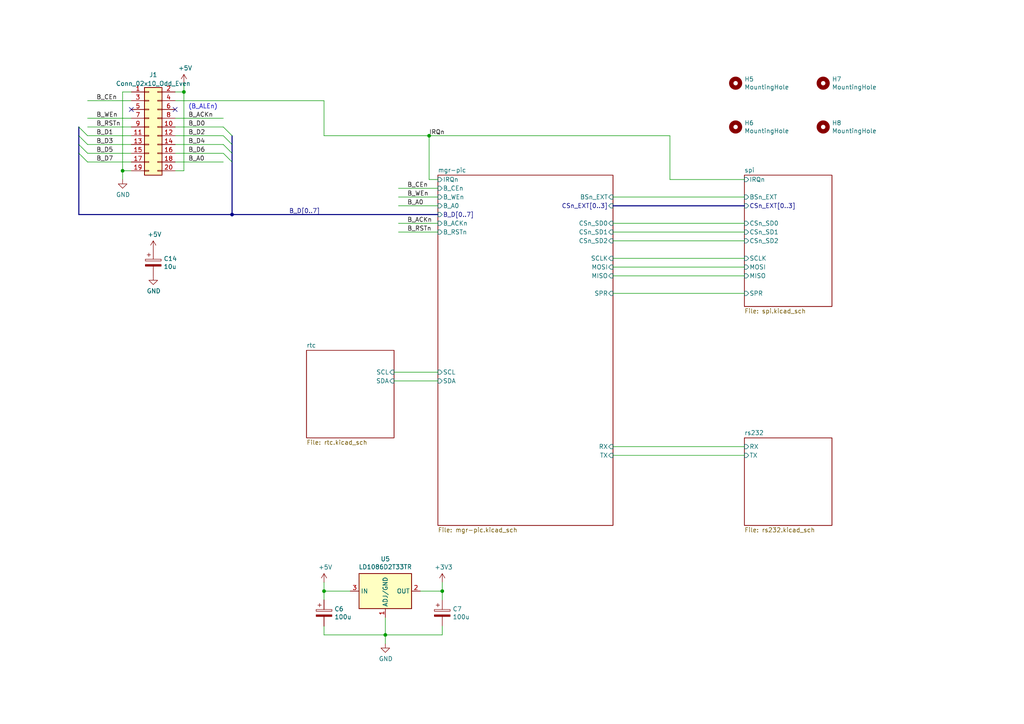
<source format=kicad_sch>
(kicad_sch (version 20211123) (generator eeschema)
  (paper "A4")
  (title_block (title "https://github.com/Lougous/b68k-io"))
  (lib_symbols
    (symbol "Connector_Generic:Conn_02x10_Odd_Even" (pin_names (offset 1.016) hide)
      (property "Reference" "J" (at 1.27 12.7 0))
      (property "Value" "Conn_02x10_Odd_Even" (at 1.27 -15.24 0))
      (symbol "Conn_02x10_Odd_Even_1_1"
        (rectangle (start -1.27 -12.573) (end 0 -12.827) (stroke (width 0.1524)))
        (rectangle (start -1.27 -10.033) (end 0 -10.287) (stroke (width 0.1524)))
        (rectangle (start -1.27 -7.493) (end 0 -7.747) (stroke (width 0.1524)))
        (rectangle (start -1.27 -4.953) (end 0 -5.207) (stroke (width 0.1524)))
        (rectangle (start -1.27 -2.413) (end 0 -2.667) (stroke (width 0.1524)))
        (rectangle (start -1.27 0.127) (end 0 -0.127) (stroke (width 0.1524)))
        (rectangle (start -1.27 2.667) (end 0 2.413) (stroke (width 0.1524)))
        (rectangle (start -1.27 5.207) (end 0 4.953) (stroke (width 0.1524)))
        (rectangle (start -1.27 7.747) (end 0 7.493) (stroke (width 0.1524)))
        (rectangle (start -1.27 10.287) (end 0 10.033) (stroke (width 0.1524)))
        (rectangle (start -1.27 11.43) (end 3.81 -13.97) (stroke (width 0.254)) (fill (type background)))
        (rectangle (start 3.81 -12.573) (end 2.54 -12.827) (stroke (width 0.1524)))
        (rectangle (start 3.81 -10.033) (end 2.54 -10.287) (stroke (width 0.1524)))
        (rectangle (start 3.81 -7.493) (end 2.54 -7.747) (stroke (width 0.1524)))
        (rectangle (start 3.81 -4.953) (end 2.54 -5.207) (stroke (width 0.1524)))
        (rectangle (start 3.81 -2.413) (end 2.54 -2.667) (stroke (width 0.1524)))
        (rectangle (start 3.81 0.127) (end 2.54 -0.127) (stroke (width 0.1524)))
        (rectangle (start 3.81 2.667) (end 2.54 2.413) (stroke (width 0.1524)))
        (rectangle (start 3.81 5.207) (end 2.54 4.953) (stroke (width 0.1524)))
        (rectangle (start 3.81 7.747) (end 2.54 7.493) (stroke (width 0.1524)))
        (rectangle (start 3.81 10.287) (end 2.54 10.033) (stroke (width 0.1524)))
        (pin passive line (at -5.08 10.16 0) (length 3.81) (name "Pin_1") (number "1"))
        (pin passive line (at 7.62 0 180) (length 3.81) (name "Pin_10") (number "10"))
        (pin passive line (at -5.08 -2.54 0) (length 3.81) (name "Pin_11") (number "11"))
        (pin passive line (at 7.62 -2.54 180) (length 3.81) (name "Pin_12") (number "12"))
        (pin passive line (at -5.08 -5.08 0) (length 3.81) (name "Pin_13") (number "13"))
        (pin passive line (at 7.62 -5.08 180) (length 3.81) (name "Pin_14") (number "14"))
        (pin passive line (at -5.08 -7.62 0) (length 3.81) (name "Pin_15") (number "15"))
        (pin passive line (at 7.62 -7.62 180) (length 3.81) (name "Pin_16") (number "16"))
        (pin passive line (at -5.08 -10.16 0) (length 3.81) (name "Pin_17") (number "17"))
        (pin passive line (at 7.62 -10.16 180) (length 3.81) (name "Pin_18") (number "18"))
        (pin passive line (at -5.08 -12.7 0) (length 3.81) (name "Pin_19") (number "19"))
        (pin passive line (at 7.62 10.16 180) (length 3.81) (name "Pin_2") (number "2"))
        (pin passive line (at 7.62 -12.7 180) (length 3.81) (name "Pin_20") (number "20"))
        (pin passive line (at -5.08 7.62 0) (length 3.81) (name "Pin_3") (number "3"))
        (pin passive line (at 7.62 7.62 180) (length 3.81) (name "Pin_4") (number "4"))
        (pin passive line (at -5.08 5.08 0) (length 3.81) (name "Pin_5") (number "5"))
        (pin passive line (at 7.62 5.08 180) (length 3.81) (name "Pin_6") (number "6"))
        (pin passive line (at -5.08 2.54 0) (length 3.81) (name "Pin_7") (number "7"))
        (pin passive line (at 7.62 2.54 180) (length 3.81) (name "Pin_8") (number "8"))
        (pin passive line (at -5.08 0 0) (length 3.81) (name "Pin_9") (number "9"))
      )
    )
    (symbol "Device:CP" (pin_numbers hide) (pin_names (offset 0.254))
      (property "Reference" "C" (at 0.635 2.54 0))
      (property "Value" "Device_CP" (at 0.635 -2.54 0))
      (symbol "CP_0_1"
        (rectangle (start -2.286 0.508) (end 2.286 1.016))
        (polyline (pts (xy -1.778 2.286) (xy -0.762 2.286)))
        (polyline (pts (xy -1.27 2.794) (xy -1.27 1.778)))
        (rectangle (start 2.286 -0.508) (end -2.286 -1.016) (fill (type outline)))
      )
      (symbol "CP_1_1"
        (pin passive line (at 0 3.81 270) (length 2.794) (name "~") (number "1"))
        (pin passive line (at 0 -3.81 90) (length 2.794) (name "~") (number "2"))
      )
    )
    (symbol "Mechanical:MountingHole" (pin_names (offset 1.016))
      (property "Reference" "H" (at 0 5.08 0))
      (property "Value" "MountingHole" (at 0 3.175 0))
      (symbol "MountingHole_0_1"
        (circle (center 0 0) (radius 1.27) (stroke (width 1.27)))
      )
    )
    (symbol "Regulator_Linear:LD1086D2T33TR"
      (property "Reference" "U" (at 0 10.16 0))
      (property "Value" "LD1086D2T33TR" (at 0 7.62 0))
      (symbol "LD1086D2T33TR_1_1"
        (rectangle (start -7.62 -5.08) (end 7.62 5.08) (stroke (width 0.254)) (fill (type background)))
        (pin input line (at 0 -7.62 90) (length 2.54) (name "ADJ/GND") (number "1"))
        (pin power_out line (at 10.16 0 180) (length 2.54) (name "OUT") (number "2"))
        (pin power_in line (at -10.16 0 0) (length 2.54) (name "IN") (number "3"))
      )
    )
    (symbol "power:+3.3V" (power) (pin_names (offset 0))
      (property "Value" "+3.3V" (at 0 3.556 0))
      (symbol "+3.3V_0_1"
        (polyline (pts (xy -0.762 1.27) (xy 0 2.54)))
        (polyline (pts (xy 0 0) (xy 0 2.54)))
        (polyline (pts (xy 0 2.54) (xy 0.762 1.27)))
      )
      (symbol "+3.3V_1_1"
        (pin power_in line (at 0 0 90) (length 0) hide (name "+3V3") (number "1"))
      )
    )
    (symbol "power:+5V" (power) (pin_names (offset 0))
      (property "Value" "+5V" (at 0 3.556 0))
      (symbol "+5V_0_1"
        (polyline (pts (xy -0.762 1.27) (xy 0 2.54)))
        (polyline (pts (xy 0 0) (xy 0 2.54)))
        (polyline (pts (xy 0 2.54) (xy 0.762 1.27)))
      )
      (symbol "+5V_1_1"
        (pin power_in line (at 0 0 90) (length 0) hide (name "+5V") (number "1"))
      )
    )
    (symbol "power:GND" (power) (pin_names (offset 0))
      (property "Value" "GND" (at 0 -3.81 0))
      (symbol "GND_0_1"
        (polyline (pts (xy 0 0) (xy 0 -1.27) (xy 1.27 -1.27) (xy 0 -2.54) (xy -1.27 -1.27) (xy 0 -1.27)))
      )
      (symbol "GND_1_1"
        (pin power_in line (at 0 0 270) (length 0) hide (name "GND") (number "1"))
      )
    )
  )
  (junction (at 111.76 184.15))
  (junction (at 67.31 62.23))
  (junction (at 124.46 39.37))
  (junction (at 128.27 171.45))
  (junction (at 53.34 26.67))
  (junction (at 35.56 49.53))
  (junction (at 93.98 171.45))
  (no_connect (at 50.8 31.75))
  (no_connect (at 38.1 31.75))
  (bus_entry (at 22.86 39.37) (size 2.54 2.54))
  (bus_entry (at 22.86 44.45) (size 2.54 2.54))
  (bus_entry (at 22.86 41.91) (size 2.54 2.54))
  (bus_entry (at 64.77 41.91) (size 2.54 2.54))
  (bus_entry (at 64.77 44.45) (size 2.54 2.54))
  (bus_entry (at 64.77 36.83) (size 2.54 2.54))
  (bus_entry (at 64.77 39.37) (size 2.54 2.54))
  (bus_entry (at 22.86 36.83) (size 2.54 2.54))
  (wire (pts (xy 93.98 171.45) (xy 101.6 171.45)))
  (wire (pts (xy 93.98 29.21) (xy 93.98 39.37)))
  (wire (pts (xy 114.3 110.49) (xy 127 110.49)))
  (wire (pts (xy 128.27 181.61) (xy 128.27 184.15)))
  (wire (pts (xy 177.8 80.01) (xy 215.9 80.01)))
  (wire (pts (xy 35.56 26.67) (xy 38.1 26.67)))
  (wire (pts (xy 25.4 39.37) (xy 38.1 39.37)))
  (wire (pts (xy 177.8 74.93) (xy 215.9 74.93)))
  (wire (pts (xy 177.8 129.54) (xy 215.9 129.54)))
  (wire (pts (xy 111.76 184.15) (xy 93.98 184.15)))
  (wire (pts (xy 64.77 46.99) (xy 50.8 46.99)))
  (wire (pts (xy 93.98 184.15) (xy 93.98 181.61)))
  (wire (pts (xy 35.56 52.07) (xy 35.56 49.53)))
  (wire (pts (xy 115.57 64.77) (xy 127 64.77)))
  (wire (pts (xy 64.77 34.29) (xy 50.8 34.29)))
  (wire (pts (xy 124.46 39.37) (xy 194.31 39.37)))
  (wire (pts (xy 128.27 171.45) (xy 128.27 173.99)))
  (wire (pts (xy 25.4 29.21) (xy 38.1 29.21)))
  (wire (pts (xy 64.77 36.83) (xy 50.8 36.83)))
  (wire (pts (xy 93.98 173.99) (xy 93.98 171.45)))
  (wire (pts (xy 177.8 77.47) (xy 215.9 77.47)))
  (wire (pts (xy 115.57 59.69) (xy 127 59.69)))
  (bus (pts (xy 127 62.23) (xy 67.31 62.23)))
  (wire (pts (xy 114.3 107.95) (xy 127 107.95)))
  (bus (pts (xy 22.86 44.45) (xy 22.86 62.23)))
  (wire (pts (xy 93.98 168.91) (xy 93.98 171.45)))
  (wire (pts (xy 50.8 49.53) (xy 53.34 49.53)))
  (bus (pts (xy 22.86 62.23) (xy 67.31 62.23)))
  (wire (pts (xy 121.92 171.45) (xy 128.27 171.45)))
  (wire (pts (xy 177.8 132.08) (xy 215.9 132.08)))
  (wire (pts (xy 50.8 26.67) (xy 53.34 26.67)))
  (wire (pts (xy 127 52.07) (xy 124.46 52.07)))
  (wire (pts (xy 111.76 184.15) (xy 111.76 186.69)))
  (bus (pts (xy 22.86 36.83) (xy 22.86 39.37)))
  (wire (pts (xy 64.77 39.37) (xy 50.8 39.37)))
  (wire (pts (xy 115.57 57.15) (xy 127 57.15)))
  (wire (pts (xy 115.57 67.31) (xy 127 67.31)))
  (wire (pts (xy 53.34 49.53) (xy 53.34 26.67)))
  (wire (pts (xy 25.4 46.99) (xy 38.1 46.99)))
  (wire (pts (xy 50.8 29.21) (xy 93.98 29.21)))
  (bus (pts (xy 67.31 46.99) (xy 67.31 62.23)))
  (wire (pts (xy 50.8 44.45) (xy 64.77 44.45)))
  (wire (pts (xy 25.4 34.29) (xy 38.1 34.29)))
  (wire (pts (xy 93.98 39.37) (xy 124.46 39.37)))
  (wire (pts (xy 194.31 52.07) (xy 215.9 52.07)))
  (wire (pts (xy 111.76 184.15) (xy 111.76 179.07)))
  (wire (pts (xy 128.27 168.91) (xy 128.27 171.45)))
  (bus (pts (xy 67.31 44.45) (xy 67.31 46.99)))
  (bus (pts (xy 22.86 39.37) (xy 22.86 41.91)))
  (wire (pts (xy 128.27 184.15) (xy 111.76 184.15)))
  (wire (pts (xy 35.56 49.53) (xy 38.1 49.53)))
  (wire (pts (xy 177.8 69.85) (xy 215.9 69.85)))
  (wire (pts (xy 35.56 49.53) (xy 35.56 26.67)))
  (wire (pts (xy 25.4 44.45) (xy 38.1 44.45)))
  (wire (pts (xy 124.46 52.07) (xy 124.46 39.37)))
  (wire (pts (xy 177.8 85.09) (xy 215.9 85.09)))
  (bus (pts (xy 177.8 59.69) (xy 215.9 59.69)))
  (bus (pts (xy 22.86 41.91) (xy 22.86 44.45)))
  (wire (pts (xy 177.8 57.15) (xy 215.9 57.15)))
  (wire (pts (xy 25.4 36.83) (xy 38.1 36.83)))
  (wire (pts (xy 177.8 64.77) (xy 215.9 64.77)))
  (wire (pts (xy 194.31 39.37) (xy 194.31 52.07)))
  (wire (pts (xy 177.8 67.31) (xy 215.9 67.31)))
  (wire (pts (xy 115.57 54.61) (xy 127 54.61)))
  (wire (pts (xy 53.34 26.67) (xy 53.34 24.13)))
  (bus (pts (xy 67.31 39.37) (xy 67.31 41.91)))
  (bus (pts (xy 67.31 41.91) (xy 67.31 44.45)))
  (wire (pts (xy 64.77 41.91) (xy 50.8 41.91)))
  (wire (pts (xy 25.4 41.91) (xy 38.1 41.91)))
  (text "(B_ALEn)" (at 54.61 31.75 0) (effects (font (size 1.27 1.27)) (justify left bottom)))
  (label "B_D1" (at 27.94 39.37 0))
  (label "B_D0" (at 54.61 36.83 0))
  (label "B_RSTn" (at 118.11 67.31 0))
  (label "B_WEn" (at 27.94 34.29 0))
  (label "B_D7" (at 27.94 46.99 0))
  (label "B_CEn" (at 118.11 54.61 0))
  (label "IRQn" (at 124.46 39.37 0))
  (label "B_D5" (at 27.94 44.45 0))
  (label "B_ACKn" (at 118.11 64.77 0))
  (label "B_CEn" (at 27.94 29.21 0))
  (label "B_D4" (at 54.61 41.91 0))
  (label "B_D2" (at 54.61 39.37 0))
  (label "B_D6" (at 54.61 44.45 0))
  (label "B_A0" (at 118.11 59.69 0))
  (label "B_RSTn" (at 27.94 36.83 0))
  (label "B_A0" (at 54.61 46.99 0))
  (label "B_D[0..7]" (at 83.82 62.23 0))
  (label "B_D3" (at 27.94 41.91 0))
  (label "B_WEn" (at 118.11 57.15 0))
  (label "B_ACKn" (at 54.61 34.29 0))
  (symbol (lib_id "power:GND") (at 35.56 52.07 0) (unit 1)
    (property "Reference" "#PWR0101" (effects hide))
    (property "Value" "GND" (at 35.687 56.4642 0))
  )
  (symbol (lib_id "power:+5V") (at 53.34 24.13 0) (unit 1)
    (property "Reference" "#PWR0102" (effects hide))
    (property "Value" "+5V" (at 53.721 19.7358 0))
  )
  (symbol (lib_id "Mechanical:MountingHole") (at 213.36 24.13 0) (unit 1)
    (property "Reference" "H5" (at 215.9 22.9616 0) (effects (justify left)))
    (property "Value" "MountingHole" (at 215.9 25.273 0) (effects (justify left)))
    (property "Footprint" "MountingHole:MountingHole_2.7mm_M2.5_DIN965_Pad" (effects hide))
  )
  (symbol (lib_id "Mechanical:MountingHole") (at 213.36 36.83 0) (unit 1)
    (property "Reference" "H6" (at 215.9 35.6616 0) (effects (justify left)))
    (property "Value" "MountingHole" (at 215.9 37.973 0) (effects (justify left)))
    (property "Footprint" "MountingHole:MountingHole_2.7mm_M2.5_DIN965_Pad" (effects hide))
  )
  (symbol (lib_id "Mechanical:MountingHole") (at 238.76 24.13 0) (unit 1)
    (property "Reference" "H7" (at 241.3 22.9616 0) (effects (justify left)))
    (property "Value" "MountingHole" (at 241.3 25.273 0) (effects (justify left)))
    (property "Footprint" "MountingHole:MountingHole_2.7mm_M2.5_DIN965_Pad" (effects hide))
  )
  (symbol (lib_id "Mechanical:MountingHole") (at 238.76 36.83 0) (unit 1)
    (property "Reference" "H8" (at 241.3 35.6616 0) (effects (justify left)))
    (property "Value" "MountingHole" (at 241.3 37.973 0) (effects (justify left)))
    (property "Footprint" "MountingHole:MountingHole_2.7mm_M2.5_DIN965_Pad" (effects hide))
  )
  (symbol (lib_id "power:+3.3V") (at 128.27 168.91 0) (unit 1)
    (property "Reference" "#PWR0129" (effects hide))
    (property "Value" "+3.3V" (at 128.651 164.5158 0))
  )
  (symbol (lib_id "power:GND") (at 111.76 186.69 0) (unit 1)
    (property "Reference" "#PWR0133" (effects hide))
    (property "Value" "GND" (at 111.887 191.0842 0))
  )
  (symbol (lib_id "power:+5V") (at 93.98 168.91 0) (unit 1)
    (property "Reference" "#PWR0134" (effects hide))
    (property "Value" "+5V" (at 94.361 164.5158 0))
  )
  (symbol (lib_id "Device:CP") (at 128.27 177.8 0) (unit 1)
    (property "Reference" "C7" (at 131.2672 176.6316 0) (effects (justify left)))
    (property "Value" "100u" (at 131.2672 178.943 0) (effects (justify left)))
    (property "Footprint" "Capacitor_THT:CP_Radial_D5.0mm_P2.00mm" (effects hide))
  )
  (symbol (lib_id "Device:CP") (at 93.98 177.8 0) (unit 1)
    (property "Reference" "C6" (at 96.9772 176.6316 0) (effects (justify left)))
    (property "Value" "100u" (at 96.9772 178.943 0) (effects (justify left)))
    (property "Footprint" "Capacitor_THT:CP_Radial_D5.0mm_P2.00mm" (effects hide))
  )
  (symbol (lib_id "Regulator_Linear:LD1086D2T33TR") (at 111.76 171.45 0) (unit 1)
    (property "Reference" "U5" (at 111.76 162.1282 0))
    (property "Value" "LD1086D2T33TR" (at 111.76 164.4396 0))
    (property "Footprint" "Package_TO_SOT_THT:TO-220-3_Horizontal_TabDown" (effects hide))
    (property "Datasheet" "https://www.st.com/resource/en/datasheet/ld1086.pdf" (effects hide))
  )
  (symbol (lib_id "Device:CP") (at 44.45 76.2 0) (unit 1)
    (property "Reference" "C14" (at 47.4472 75.0316 0) (effects (justify left)))
    (property "Value" "10u" (at 47.4472 77.343 0) (effects (justify left)))
    (property "Footprint" "Capacitor_THT:C_Disc_D4.3mm_W1.9mm_P5.00mm" (effects hide))
  )
  (symbol (lib_id "power:+5V") (at 44.45 72.39 0) (unit 1)
    (property "Reference" "#PWR0155" (effects hide))
    (property "Value" "+5V" (at 44.831 67.9958 0))
  )
  (symbol (lib_id "power:GND") (at 44.45 80.01 0) (unit 1)
    (property "Reference" "#PWR0156" (effects hide))
    (property "Value" "GND" (at 44.577 84.4042 0))
  )
  (symbol (lib_id "Connector_Generic:Conn_02x10_Odd_Even") (at 43.18 36.83 0) (unit 1)
    (property "Reference" "J1" (at 44.45 21.7002 0))
    (property "Value" "Conn_02x10_Odd_Even" (at 44.45 24.2371 0))
    (property "Footprint" "Connector_PinSocket_2.54mm:PinSocket_2x10_P2.54mm_Vertical" (effects hide))
  )
  (sheet (at 88.9 101.6) (size 25.4 25.4)
    (property "Sheet name" "rtc" (at 88.9 100.8884 0) (effects (justify left bottom)))
    (property "Sheet file" "rtc.kicad_sch" (at 88.9 127.5846 0) (effects (justify left top)))
    (pin "SCL" input (at 114.3 107.95 0))
    (pin "SDA" input (at 114.3 110.49 0))
  )
  (sheet (at 127 50.8) (size 50.8 101.6)
    (property "Sheet name" "mgr-pic" (at 127 50.0884 0) (effects (justify left bottom)))
    (property "Sheet file" "mgr-pic.kicad_sch" (at 127 152.9846 0) (effects (justify left top)))
    (pin "SCLK" input (at 177.8 74.93 0))
    (pin "MOSI" input (at 177.8 77.47 0))
    (pin "MISO" input (at 177.8 80.01 0))
    (pin "B_D[0..7]" input (at 127 62.23 180))
    (pin "B_CEn" input (at 127 54.61 180))
    (pin "B_WEn" input (at 127 57.15 180))
    (pin "B_ACKn" input (at 127 64.77 180))
    (pin "TX" input (at 177.8 132.08 0))
    (pin "RX" input (at 177.8 129.54 0))
    (pin "CSn_SD1" input (at 177.8 67.31 0))
    (pin "BSn_EXT" input (at 177.8 57.15 0))
    (pin "CSn_EXT[0..3]" input (at 177.8 59.69 0))
    (pin "CSn_SD0" input (at 177.8 64.77 0))
    (pin "B_A0" input (at 127 59.69 180))
    (pin "CSn_SD2" input (at 177.8 69.85 0))
    (pin "IRQn" input (at 127 52.07 180))
    (pin "SDA" input (at 127 110.49 180))
    (pin "SCL" input (at 127 107.95 180))
    (pin "SPR" input (at 177.8 85.09 0))
    (pin "B_RSTn" input (at 127 67.31 180))
  )
  (sheet (at 215.9 127) (size 25.4 25.4)
    (property "Sheet name" "rs232" (at 215.9 126.2884 0) (effects (justify left bottom)))
    (property "Sheet file" "rs232.kicad_sch" (at 215.9 152.9846 0) (effects (justify left top)))
    (pin "TX" input (at 215.9 132.08 180))
    (pin "RX" input (at 215.9 129.54 180))
  )
  (sheet (at 215.9 50.8) (size 25.4 38.1) (stroke (width 0.1524))
    (property "Sheet name" "spi" (at 215.9 50.0884 0) (effects (justify left bottom)))
    (property "Sheet file" "spi.kicad_sch" (at 215.9 89.4846 0) (effects (justify left top)))
    (pin "CSn_SD0" input (at 215.9 64.77 180))
    (pin "CSn_SD1" input (at 215.9 67.31 180))
    (pin "MOSI" input (at 215.9 77.47 180))
    (pin "MISO" input (at 215.9 80.01 180))
    (pin "SCLK" input (at 215.9 74.93 180))
    (pin "CSn_EXT[0..3]" input (at 215.9 59.69 180))
    (pin "BSn_EXT" input (at 215.9 57.15 180))
    (pin "CSn_SD2" input (at 215.9 69.85 180))
    (pin "SPR" input (at 215.9 85.09 180))
    (pin "IRQn" input (at 215.9 52.07 180))
  )
)
</source>
